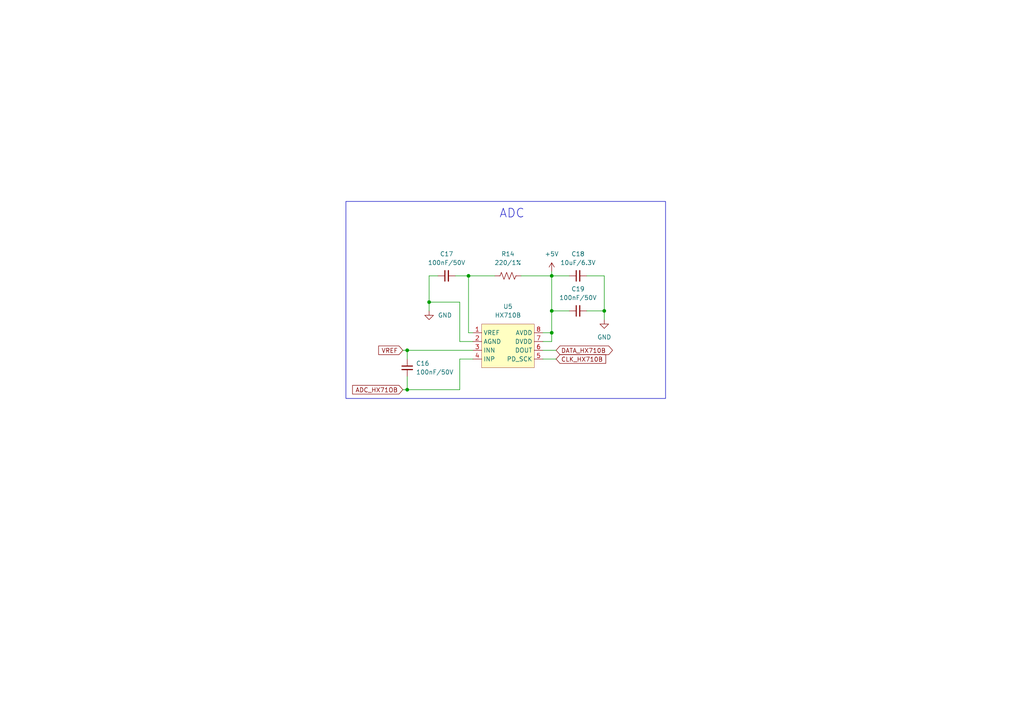
<source format=kicad_sch>
(kicad_sch (version 20230121) (generator eeschema)

  (uuid f1e0765f-e9a7-4767-ba8d-bcb327e9f895)

  (paper "A4")

  (title_block
    (title "ADC")
    (date "2023-12-10")
  )

  (lib_symbols
    (symbol "Device:C_Small" (pin_numbers hide) (pin_names (offset 0.254) hide) (in_bom yes) (on_board yes)
      (property "Reference" "C" (at 0.254 1.778 0)
        (effects (font (size 1.27 1.27)) (justify left))
      )
      (property "Value" "C_Small" (at 0.254 -2.032 0)
        (effects (font (size 1.27 1.27)) (justify left))
      )
      (property "Footprint" "" (at 0 0 0)
        (effects (font (size 1.27 1.27)) hide)
      )
      (property "Datasheet" "~" (at 0 0 0)
        (effects (font (size 1.27 1.27)) hide)
      )
      (property "ki_keywords" "capacitor cap" (at 0 0 0)
        (effects (font (size 1.27 1.27)) hide)
      )
      (property "ki_description" "Unpolarized capacitor, small symbol" (at 0 0 0)
        (effects (font (size 1.27 1.27)) hide)
      )
      (property "ki_fp_filters" "C_*" (at 0 0 0)
        (effects (font (size 1.27 1.27)) hide)
      )
      (symbol "C_Small_0_1"
        (polyline
          (pts
            (xy -1.524 -0.508)
            (xy 1.524 -0.508)
          )
          (stroke (width 0.3302) (type default))
          (fill (type none))
        )
        (polyline
          (pts
            (xy -1.524 0.508)
            (xy 1.524 0.508)
          )
          (stroke (width 0.3048) (type default))
          (fill (type none))
        )
      )
      (symbol "C_Small_1_1"
        (pin passive line (at 0 2.54 270) (length 2.032)
          (name "~" (effects (font (size 1.27 1.27))))
          (number "1" (effects (font (size 1.27 1.27))))
        )
        (pin passive line (at 0 -2.54 90) (length 2.032)
          (name "~" (effects (font (size 1.27 1.27))))
          (number "2" (effects (font (size 1.27 1.27))))
        )
      )
    )
    (symbol "Device:R_US" (pin_numbers hide) (pin_names (offset 0)) (in_bom yes) (on_board yes)
      (property "Reference" "R" (at 2.54 0 90)
        (effects (font (size 1.27 1.27)))
      )
      (property "Value" "R_US" (at -2.54 0 90)
        (effects (font (size 1.27 1.27)))
      )
      (property "Footprint" "" (at 1.016 -0.254 90)
        (effects (font (size 1.27 1.27)) hide)
      )
      (property "Datasheet" "~" (at 0 0 0)
        (effects (font (size 1.27 1.27)) hide)
      )
      (property "ki_keywords" "R res resistor" (at 0 0 0)
        (effects (font (size 1.27 1.27)) hide)
      )
      (property "ki_description" "Resistor, US symbol" (at 0 0 0)
        (effects (font (size 1.27 1.27)) hide)
      )
      (property "ki_fp_filters" "R_*" (at 0 0 0)
        (effects (font (size 1.27 1.27)) hide)
      )
      (symbol "R_US_0_1"
        (polyline
          (pts
            (xy 0 -2.286)
            (xy 0 -2.54)
          )
          (stroke (width 0) (type default))
          (fill (type none))
        )
        (polyline
          (pts
            (xy 0 2.286)
            (xy 0 2.54)
          )
          (stroke (width 0) (type default))
          (fill (type none))
        )
        (polyline
          (pts
            (xy 0 -0.762)
            (xy 1.016 -1.143)
            (xy 0 -1.524)
            (xy -1.016 -1.905)
            (xy 0 -2.286)
          )
          (stroke (width 0) (type default))
          (fill (type none))
        )
        (polyline
          (pts
            (xy 0 0.762)
            (xy 1.016 0.381)
            (xy 0 0)
            (xy -1.016 -0.381)
            (xy 0 -0.762)
          )
          (stroke (width 0) (type default))
          (fill (type none))
        )
        (polyline
          (pts
            (xy 0 2.286)
            (xy 1.016 1.905)
            (xy 0 1.524)
            (xy -1.016 1.143)
            (xy 0 0.762)
          )
          (stroke (width 0) (type default))
          (fill (type none))
        )
      )
      (symbol "R_US_1_1"
        (pin passive line (at 0 3.81 270) (length 1.27)
          (name "~" (effects (font (size 1.27 1.27))))
          (number "1" (effects (font (size 1.27 1.27))))
        )
        (pin passive line (at 0 -3.81 90) (length 1.27)
          (name "~" (effects (font (size 1.27 1.27))))
          (number "2" (effects (font (size 1.27 1.27))))
        )
      )
    )
    (symbol "HX710B:HX107B" (in_bom yes) (on_board yes)
      (property "Reference" "U" (at 1.27 6.35 0)
        (effects (font (size 1.27 1.27)))
      )
      (property "Value" "HX710B" (at 13.97 -8.89 0)
        (effects (font (size 1.27 1.27)))
      )
      (property "Footprint" "HX710B:HX710B" (at 8.89 -12.7 0)
        (effects (font (size 1.27 1.27)) hide)
      )
      (property "Datasheet" "" (at 0 3.81 0)
        (effects (font (size 1.27 1.27)) hide)
      )
      (property "URL" "https://www.thegioiic.com/hx710b-ic-adc-24-bit-sop-8" (at 3.81 -12.7 0)
        (effects (font (size 1.27 1.27)) hide)
      )
      (symbol "HX107B_1_1"
        (rectangle (start 0 5.08) (end 15.24 -7.62)
          (stroke (width 0.0254) (type default))
          (fill (type background))
        )
        (pin passive line (at -2.54 2.54 0) (length 2.54)
          (name "VREF" (effects (font (size 1.27 1.27))))
          (number "1" (effects (font (size 1.27 1.27))))
        )
        (pin passive line (at -2.54 0 0) (length 2.54)
          (name "AGND" (effects (font (size 1.27 1.27))))
          (number "2" (effects (font (size 1.27 1.27))))
        )
        (pin input line (at -2.54 -2.54 0) (length 2.54)
          (name "INN" (effects (font (size 1.27 1.27))))
          (number "3" (effects (font (size 1.27 1.27))))
        )
        (pin input line (at -2.54 -5.08 0) (length 2.54)
          (name "INP" (effects (font (size 1.27 1.27))))
          (number "4" (effects (font (size 1.27 1.27))))
        )
        (pin input line (at 17.78 -5.08 180) (length 2.54)
          (name "PD_SCK" (effects (font (size 1.27 1.27))))
          (number "5" (effects (font (size 1.27 1.27))))
        )
        (pin output line (at 17.78 -2.54 180) (length 2.54)
          (name "DOUT" (effects (font (size 1.27 1.27))))
          (number "6" (effects (font (size 1.27 1.27))))
        )
        (pin passive line (at 17.78 0 180) (length 2.54)
          (name "DVDD" (effects (font (size 1.27 1.27))))
          (number "7" (effects (font (size 1.27 1.27))))
        )
        (pin passive line (at 17.78 2.54 180) (length 2.54)
          (name "AVDD" (effects (font (size 1.27 1.27))))
          (number "8" (effects (font (size 1.27 1.27))))
        )
      )
    )
    (symbol "power:+5V" (power) (pin_names (offset 0)) (in_bom yes) (on_board yes)
      (property "Reference" "#PWR" (at 0 -3.81 0)
        (effects (font (size 1.27 1.27)) hide)
      )
      (property "Value" "+5V" (at 0 3.556 0)
        (effects (font (size 1.27 1.27)))
      )
      (property "Footprint" "" (at 0 0 0)
        (effects (font (size 1.27 1.27)) hide)
      )
      (property "Datasheet" "" (at 0 0 0)
        (effects (font (size 1.27 1.27)) hide)
      )
      (property "ki_keywords" "global power" (at 0 0 0)
        (effects (font (size 1.27 1.27)) hide)
      )
      (property "ki_description" "Power symbol creates a global label with name \"+5V\"" (at 0 0 0)
        (effects (font (size 1.27 1.27)) hide)
      )
      (symbol "+5V_0_1"
        (polyline
          (pts
            (xy -0.762 1.27)
            (xy 0 2.54)
          )
          (stroke (width 0) (type default))
          (fill (type none))
        )
        (polyline
          (pts
            (xy 0 0)
            (xy 0 2.54)
          )
          (stroke (width 0) (type default))
          (fill (type none))
        )
        (polyline
          (pts
            (xy 0 2.54)
            (xy 0.762 1.27)
          )
          (stroke (width 0) (type default))
          (fill (type none))
        )
      )
      (symbol "+5V_1_1"
        (pin power_in line (at 0 0 90) (length 0) hide
          (name "+5V" (effects (font (size 1.27 1.27))))
          (number "1" (effects (font (size 1.27 1.27))))
        )
      )
    )
    (symbol "power:GND" (power) (pin_names (offset 0)) (in_bom yes) (on_board yes)
      (property "Reference" "#PWR" (at 0 -6.35 0)
        (effects (font (size 1.27 1.27)) hide)
      )
      (property "Value" "GND" (at 0 -3.81 0)
        (effects (font (size 1.27 1.27)))
      )
      (property "Footprint" "" (at 0 0 0)
        (effects (font (size 1.27 1.27)) hide)
      )
      (property "Datasheet" "" (at 0 0 0)
        (effects (font (size 1.27 1.27)) hide)
      )
      (property "ki_keywords" "global power" (at 0 0 0)
        (effects (font (size 1.27 1.27)) hide)
      )
      (property "ki_description" "Power symbol creates a global label with name \"GND\" , ground" (at 0 0 0)
        (effects (font (size 1.27 1.27)) hide)
      )
      (symbol "GND_0_1"
        (polyline
          (pts
            (xy 0 0)
            (xy 0 -1.27)
            (xy 1.27 -1.27)
            (xy 0 -2.54)
            (xy -1.27 -1.27)
            (xy 0 -1.27)
          )
          (stroke (width 0) (type default))
          (fill (type none))
        )
      )
      (symbol "GND_1_1"
        (pin power_in line (at 0 0 270) (length 0) hide
          (name "GND" (effects (font (size 1.27 1.27))))
          (number "1" (effects (font (size 1.27 1.27))))
        )
      )
    )
  )

  (junction (at 124.46 87.63) (diameter 0) (color 0 0 0 0)
    (uuid 1a979993-8654-4e2b-959e-964006a6ae9f)
  )
  (junction (at 118.11 113.03) (diameter 0) (color 0 0 0 0)
    (uuid 673e20de-d48d-4f60-92f4-904429415837)
  )
  (junction (at 135.89 80.01) (diameter 0) (color 0 0 0 0)
    (uuid 9c71b7e3-9cfe-48fb-8e16-23097511a2bf)
  )
  (junction (at 160.02 90.17) (diameter 0) (color 0 0 0 0)
    (uuid b2055d93-c97f-4586-9857-9203f8bf9ddf)
  )
  (junction (at 160.02 96.52) (diameter 0) (color 0 0 0 0)
    (uuid bfc6751b-57c2-4a0a-be46-f4cc59b24e9a)
  )
  (junction (at 160.02 80.01) (diameter 0) (color 0 0 0 0)
    (uuid cb616030-d490-4171-8e3e-be01b991a110)
  )
  (junction (at 175.26 90.17) (diameter 0) (color 0 0 0 0)
    (uuid e4174bc3-5463-4225-9c45-286a48cad636)
  )
  (junction (at 118.11 101.6) (diameter 0) (color 0 0 0 0)
    (uuid ea5a0e8d-5c78-4189-a98c-3e8f61a82fe0)
  )

  (wire (pts (xy 133.35 87.63) (xy 133.35 99.06))
    (stroke (width 0) (type default))
    (uuid 014a993f-d541-45ba-bafd-cb8cde5b6fe4)
  )
  (wire (pts (xy 160.02 96.52) (xy 160.02 99.06))
    (stroke (width 0) (type default))
    (uuid 06c61528-eb20-4cce-ab34-000b8038e23b)
  )
  (wire (pts (xy 124.46 87.63) (xy 133.35 87.63))
    (stroke (width 0) (type default))
    (uuid 0fe957fc-6988-4852-8b5d-df328055b60d)
  )
  (wire (pts (xy 118.11 113.03) (xy 133.35 113.03))
    (stroke (width 0) (type default))
    (uuid 0fedecbc-aaff-427c-871d-13a941cbf71b)
  )
  (wire (pts (xy 135.89 80.01) (xy 135.89 96.52))
    (stroke (width 0) (type default))
    (uuid 18399a0f-c61c-4af2-a434-562dd6c6584b)
  )
  (wire (pts (xy 118.11 101.6) (xy 118.11 104.14))
    (stroke (width 0) (type default))
    (uuid 304a9801-8ed1-41b6-af0d-7ada87964077)
  )
  (wire (pts (xy 116.84 101.6) (xy 118.11 101.6))
    (stroke (width 0) (type default))
    (uuid 346b2608-7301-4278-b155-fcb8d5e6809f)
  )
  (wire (pts (xy 116.84 113.03) (xy 118.11 113.03))
    (stroke (width 0) (type default))
    (uuid 4296c247-6f01-43e9-9fc0-b7339e560a15)
  )
  (wire (pts (xy 135.89 96.52) (xy 137.16 96.52))
    (stroke (width 0) (type default))
    (uuid 43f430e3-1d6f-4263-ad3a-a21fb168d623)
  )
  (wire (pts (xy 118.11 101.6) (xy 137.16 101.6))
    (stroke (width 0) (type default))
    (uuid 51ed2e7e-3339-418d-8d69-ab8f589c8304)
  )
  (wire (pts (xy 124.46 87.63) (xy 124.46 90.17))
    (stroke (width 0) (type default))
    (uuid 52062b08-8971-41a6-995e-bcfea74ce873)
  )
  (wire (pts (xy 157.48 101.6) (xy 161.29 101.6))
    (stroke (width 0) (type default))
    (uuid 666d6154-81d1-468b-85c8-930789d4376d)
  )
  (wire (pts (xy 133.35 99.06) (xy 137.16 99.06))
    (stroke (width 0) (type default))
    (uuid 6e11f349-50cb-4331-bafd-9f65f813049c)
  )
  (wire (pts (xy 160.02 80.01) (xy 165.1 80.01))
    (stroke (width 0) (type default))
    (uuid 737f6c92-a2d6-4aa2-bfdd-d4f43fa2645e)
  )
  (wire (pts (xy 160.02 90.17) (xy 160.02 96.52))
    (stroke (width 0) (type default))
    (uuid 7dacdb73-6bf6-44ed-b80b-a8ad2c75f637)
  )
  (wire (pts (xy 160.02 78.74) (xy 160.02 80.01))
    (stroke (width 0) (type default))
    (uuid 7e4477f8-4fcc-4379-b749-b0c07b19477e)
  )
  (wire (pts (xy 175.26 80.01) (xy 175.26 90.17))
    (stroke (width 0) (type default))
    (uuid 80fe4648-b6c9-4270-b455-7c9437e85657)
  )
  (wire (pts (xy 175.26 80.01) (xy 170.18 80.01))
    (stroke (width 0) (type default))
    (uuid 885c4f4a-2cf8-4ac8-a383-307de61f4e30)
  )
  (wire (pts (xy 133.35 113.03) (xy 133.35 104.14))
    (stroke (width 0) (type default))
    (uuid 8d5b37c5-ad08-41bf-8ac1-a3479973745d)
  )
  (wire (pts (xy 160.02 99.06) (xy 157.48 99.06))
    (stroke (width 0) (type default))
    (uuid 8ff9a8fc-f975-4759-8c18-1b76319aa2b5)
  )
  (wire (pts (xy 124.46 80.01) (xy 127 80.01))
    (stroke (width 0) (type default))
    (uuid 924bd443-393a-46e1-8a8b-b088c6c8a953)
  )
  (wire (pts (xy 160.02 80.01) (xy 160.02 90.17))
    (stroke (width 0) (type default))
    (uuid 963754ed-9d72-4ed9-bdbe-7cdf8aefcd93)
  )
  (wire (pts (xy 151.13 80.01) (xy 160.02 80.01))
    (stroke (width 0) (type default))
    (uuid 9ae6627e-fbc2-4263-a6ec-bd3f106b1dc8)
  )
  (wire (pts (xy 170.18 90.17) (xy 175.26 90.17))
    (stroke (width 0) (type default))
    (uuid a8f37eab-ce85-42e1-b72d-025daaea88d0)
  )
  (wire (pts (xy 118.11 109.22) (xy 118.11 113.03))
    (stroke (width 0) (type default))
    (uuid ab820857-267b-426b-905d-df7ceb0e29e1)
  )
  (wire (pts (xy 124.46 80.01) (xy 124.46 87.63))
    (stroke (width 0) (type default))
    (uuid ceb14a40-7e3d-4430-972e-e4712fc9dd83)
  )
  (wire (pts (xy 175.26 90.17) (xy 175.26 92.71))
    (stroke (width 0) (type default))
    (uuid db5ee3f1-bbb1-41d4-b9cf-4aa5ce830293)
  )
  (wire (pts (xy 160.02 90.17) (xy 165.1 90.17))
    (stroke (width 0) (type default))
    (uuid dceccccd-6be5-429e-8e36-b31facb5e07e)
  )
  (wire (pts (xy 132.08 80.01) (xy 135.89 80.01))
    (stroke (width 0) (type default))
    (uuid e2e69185-5b51-49f1-bd4c-09eedeeaa445)
  )
  (wire (pts (xy 135.89 80.01) (xy 143.51 80.01))
    (stroke (width 0) (type default))
    (uuid e9a547c3-6075-43b0-983c-155bfe29e183)
  )
  (wire (pts (xy 133.35 104.14) (xy 137.16 104.14))
    (stroke (width 0) (type default))
    (uuid e9e59e2f-513b-49ce-96db-1505da3436d9)
  )
  (wire (pts (xy 160.02 96.52) (xy 157.48 96.52))
    (stroke (width 0) (type default))
    (uuid f3de9c38-0d2e-4731-8047-dc80e6b30145)
  )
  (wire (pts (xy 157.48 104.14) (xy 161.29 104.14))
    (stroke (width 0) (type default))
    (uuid fdd881a8-aa68-4d04-b6ad-b2a3d3df1a4b)
  )

  (rectangle (start 100.33 58.42) (end 193.04 115.57)
    (stroke (width 0) (type default))
    (fill (type none))
    (uuid 5832d127-04ef-4a86-be53-d3826bda37c6)
  )

  (text "ADC\n" (at 144.78 63.5 0)
    (effects (font (size 2.54 2.54)) (justify left bottom))
    (uuid 36944ee8-639e-4a57-81e1-2e3ac75545cd)
  )

  (global_label "DATA_HX710B" (shape bidirectional) (at 161.29 101.6 0) (fields_autoplaced)
    (effects (font (size 1.27 1.27)) (justify left))
    (uuid 108cff8b-d828-422a-abe9-c5ac514bc89b)
    (property "Intersheetrefs" "${INTERSHEET_REFS}" (at 178.2074 101.6 0)
      (effects (font (size 1.27 1.27)) (justify left) hide)
    )
  )
  (global_label "ADC_HX71OB" (shape input) (at 116.84 113.03 180) (fields_autoplaced)
    (effects (font (size 1.27 1.27)) (justify right))
    (uuid 272cdfbf-88a1-4700-bcf8-b8d61500118c)
    (property "Intersheetrefs" "${INTERSHEET_REFS}" (at 101.6991 113.03 0)
      (effects (font (size 1.27 1.27)) (justify right) hide)
    )
  )
  (global_label "CLK_HX710B" (shape input) (at 161.29 104.14 0) (fields_autoplaced)
    (effects (font (size 1.27 1.27)) (justify left))
    (uuid 8d5dfd8b-a436-4ea9-ab8f-1ce96d8049e8)
    (property "Intersheetrefs" "${INTERSHEET_REFS}" (at 176.2494 104.14 0)
      (effects (font (size 1.27 1.27)) (justify left) hide)
    )
  )
  (global_label "VREF" (shape input) (at 116.84 101.6 180) (fields_autoplaced)
    (effects (font (size 1.27 1.27)) (justify right))
    (uuid e45718bd-4cde-442e-9289-c5caba25ae5a)
    (property "Intersheetrefs" "${INTERSHEET_REFS}" (at 109.2586 101.6 0)
      (effects (font (size 1.27 1.27)) (justify right) hide)
    )
  )

  (symbol (lib_id "power:+5V") (at 160.02 78.74 0) (unit 1)
    (in_bom yes) (on_board yes) (dnp no) (fields_autoplaced)
    (uuid 04e82d9c-1531-496a-9158-65cd5956bd4f)
    (property "Reference" "#PWR022" (at 160.02 82.55 0)
      (effects (font (size 1.27 1.27)) hide)
    )
    (property "Value" "+5V" (at 160.02 73.66 0)
      (effects (font (size 1.27 1.27)))
    )
    (property "Footprint" "" (at 160.02 78.74 0)
      (effects (font (size 1.27 1.27)) hide)
    )
    (property "Datasheet" "" (at 160.02 78.74 0)
      (effects (font (size 1.27 1.27)) hide)
    )
    (pin "1" (uuid 6c87af61-4570-4e00-8381-2b2603cb74e4))
    (instances
      (project "Brightness_Meter_TB"
        (path "/e486bb10-2d63-468d-9bd4-f5a3f160d98c/ec91ea22-535d-40c6-b553-7fb78c4b69be"
          (reference "#PWR022") (unit 1)
        )
      )
      (project "Brightness_Meter"
        (path "/f7cc1c24-a210-4fa3-a52b-f1d84e501e31/deff02a5-9749-4336-8250-65170600f763"
          (reference "#PWR056") (unit 1)
        )
      )
    )
  )

  (symbol (lib_id "HX710B:HX107B") (at 139.7 99.06 0) (unit 1)
    (in_bom yes) (on_board yes) (dnp no) (fields_autoplaced)
    (uuid 10b95a85-5a35-49f4-9c0e-086a13d05e73)
    (property "Reference" "U5" (at 147.32 88.9 0)
      (effects (font (size 1.27 1.27)))
    )
    (property "Value" "HX710B" (at 147.32 91.44 0)
      (effects (font (size 1.27 1.27)))
    )
    (property "Footprint" "HX710B:HX710B" (at 148.59 111.76 0)
      (effects (font (size 1.27 1.27)) hide)
    )
    (property "Datasheet" "" (at 139.7 95.25 0)
      (effects (font (size 1.27 1.27)) hide)
    )
    (property "URL" "https://www.thegioiic.com/hx710b-ic-adc-24-bit-sop-8" (at 143.51 111.76 0)
      (effects (font (size 1.27 1.27)) hide)
    )
    (pin "1" (uuid 445ea191-cffc-41c7-a039-d0e77868d54f))
    (pin "2" (uuid 8b10f5af-83a4-47e2-bcf7-63477c3204ab))
    (pin "3" (uuid cfc0af61-69f5-48e2-8d48-bea8ca6365b1))
    (pin "4" (uuid 2ef227a3-e583-45d3-b252-d4122c3910ee))
    (pin "5" (uuid 76aa15af-7bb3-4f15-a11c-809de1de5c50))
    (pin "6" (uuid 4f310e35-cf72-4755-94fa-6ab496af3d62))
    (pin "7" (uuid bdc8793a-38c7-4b29-abe8-57adc5242600))
    (pin "8" (uuid ddc56948-8227-485a-8030-83ce88aa6093))
    (instances
      (project "Brightness_Meter_TB"
        (path "/e486bb10-2d63-468d-9bd4-f5a3f160d98c/ec91ea22-535d-40c6-b553-7fb78c4b69be"
          (reference "U5") (unit 1)
        )
      )
      (project "Brightness_Meter"
        (path "/f7cc1c24-a210-4fa3-a52b-f1d84e501e31/deff02a5-9749-4336-8250-65170600f763"
          (reference "U8") (unit 1)
        )
      )
    )
  )

  (symbol (lib_id "power:GND") (at 175.26 92.71 0) (unit 1)
    (in_bom yes) (on_board yes) (dnp no) (fields_autoplaced)
    (uuid 43c520b8-5325-4bdb-b580-43c92dc79c47)
    (property "Reference" "#PWR023" (at 175.26 99.06 0)
      (effects (font (size 1.27 1.27)) hide)
    )
    (property "Value" "GND" (at 175.26 97.79 0)
      (effects (font (size 1.27 1.27)))
    )
    (property "Footprint" "" (at 175.26 92.71 0)
      (effects (font (size 1.27 1.27)) hide)
    )
    (property "Datasheet" "" (at 175.26 92.71 0)
      (effects (font (size 1.27 1.27)) hide)
    )
    (pin "1" (uuid 747efe8f-30fa-4bad-9d4f-b2e5f4010462))
    (instances
      (project "Brightness_Meter_TB"
        (path "/e486bb10-2d63-468d-9bd4-f5a3f160d98c/ec91ea22-535d-40c6-b553-7fb78c4b69be"
          (reference "#PWR023") (unit 1)
        )
      )
      (project "Brightness_Meter"
        (path "/f7cc1c24-a210-4fa3-a52b-f1d84e501e31/deff02a5-9749-4336-8250-65170600f763"
          (reference "#PWR057") (unit 1)
        )
      )
    )
  )

  (symbol (lib_id "Device:C_Small") (at 167.64 90.17 90) (unit 1)
    (in_bom yes) (on_board yes) (dnp no) (fields_autoplaced)
    (uuid 5c332eb4-b97b-40fb-bd55-dd1bd7b43e9e)
    (property "Reference" "C19" (at 167.6463 83.82 90)
      (effects (font (size 1.27 1.27)))
    )
    (property "Value" "100nF/50V" (at 167.6463 86.36 90)
      (effects (font (size 1.27 1.27)))
    )
    (property "Footprint" "Capacitor_SMD:C_0603_1608Metric_Pad1.08x0.95mm_HandSolder" (at 167.64 90.17 0)
      (effects (font (size 1.27 1.27)) hide)
    )
    (property "Datasheet" "~" (at 167.64 90.17 0)
      (effects (font (size 1.27 1.27)) hide)
    )
    (property "URL" "https://www.thegioiic.com/tu-gom-0805-100nf-0-1uf-50v" (at 167.64 90.17 0)
      (effects (font (size 1.27 1.27)) hide)
    )
    (pin "1" (uuid 36e0b10c-7645-405f-af72-de5b5eff851c))
    (pin "2" (uuid 54c79ea5-b291-41c2-89c5-56b3334c521d))
    (instances
      (project "Brightness_Meter_TB"
        (path "/e486bb10-2d63-468d-9bd4-f5a3f160d98c/ec91ea22-535d-40c6-b553-7fb78c4b69be"
          (reference "C19") (unit 1)
        )
      )
      (project "Brightness_Meter"
        (path "/f7cc1c24-a210-4fa3-a52b-f1d84e501e31/0dfa2039-b238-4efb-bfd4-eadfb986a7b5"
          (reference "C16") (unit 1)
        )
        (path "/f7cc1c24-a210-4fa3-a52b-f1d84e501e31/290a832f-b788-4d59-9a7b-fef286f8a5e3"
          (reference "C19") (unit 1)
        )
        (path "/f7cc1c24-a210-4fa3-a52b-f1d84e501e31/5a3a8fd1-e4fe-4d9a-9c54-1c080d472344"
          (reference "C35") (unit 1)
        )
        (path "/f7cc1c24-a210-4fa3-a52b-f1d84e501e31/deff02a5-9749-4336-8250-65170600f763"
          (reference "C43") (unit 1)
        )
      )
    )
  )

  (symbol (lib_id "Device:C_Small") (at 118.11 106.68 0) (unit 1)
    (in_bom yes) (on_board yes) (dnp no)
    (uuid 69138435-29ac-4c9b-80bc-a4f5c5247c70)
    (property "Reference" "C16" (at 120.65 105.4163 0)
      (effects (font (size 1.27 1.27)) (justify left))
    )
    (property "Value" "100nF/50V" (at 120.65 107.95 0)
      (effects (font (size 1.27 1.27)) (justify left))
    )
    (property "Footprint" "Capacitor_SMD:C_0603_1608Metric_Pad1.08x0.95mm_HandSolder" (at 118.11 106.68 0)
      (effects (font (size 1.27 1.27)) hide)
    )
    (property "Datasheet" "~" (at 118.11 106.68 0)
      (effects (font (size 1.27 1.27)) hide)
    )
    (property "URL" "https://www.thegioiic.com/tu-gom-0805-100nf-0-1uf-50v" (at 118.11 106.68 0)
      (effects (font (size 1.27 1.27)) hide)
    )
    (pin "1" (uuid 40055274-17f4-4bfb-8251-5fce4f88d1da))
    (pin "2" (uuid d3e8e05b-aaeb-4137-87cb-56892fc91127))
    (instances
      (project "Brightness_Meter_TB"
        (path "/e486bb10-2d63-468d-9bd4-f5a3f160d98c/ec91ea22-535d-40c6-b553-7fb78c4b69be"
          (reference "C16") (unit 1)
        )
      )
      (project "Brightness_Meter"
        (path "/f7cc1c24-a210-4fa3-a52b-f1d84e501e31/0dfa2039-b238-4efb-bfd4-eadfb986a7b5"
          (reference "C16") (unit 1)
        )
        (path "/f7cc1c24-a210-4fa3-a52b-f1d84e501e31/290a832f-b788-4d59-9a7b-fef286f8a5e3"
          (reference "C19") (unit 1)
        )
        (path "/f7cc1c24-a210-4fa3-a52b-f1d84e501e31/deff02a5-9749-4336-8250-65170600f763"
          (reference "C40") (unit 1)
        )
      )
    )
  )

  (symbol (lib_id "Device:R_US") (at 147.32 80.01 90) (unit 1)
    (in_bom yes) (on_board yes) (dnp no) (fields_autoplaced)
    (uuid 7a4a2c0f-6155-4a42-bac5-1a928a9db6f4)
    (property "Reference" "R14" (at 147.32 73.66 90)
      (effects (font (size 1.27 1.27)))
    )
    (property "Value" "220/1%" (at 147.32 76.2 90)
      (effects (font (size 1.27 1.27)))
    )
    (property "Footprint" "Resistor_SMD:R_0603_1608Metric_Pad0.98x0.95mm_HandSolder" (at 147.574 78.994 90)
      (effects (font (size 1.27 1.27)) hide)
    )
    (property "Datasheet" "~" (at 147.32 80.01 0)
      (effects (font (size 1.27 1.27)) hide)
    )
    (property "URL" "https://www.thegioiic.com/dien-tro-220-ohm-0805-1-" (at 147.32 80.01 0)
      (effects (font (size 1.27 1.27)) hide)
    )
    (pin "1" (uuid 2807a79d-9854-48b9-97c0-c5059d4931bd))
    (pin "2" (uuid c5ceccd4-a958-468b-beb3-2d2593b9287a))
    (instances
      (project "Brightness_Meter_TB"
        (path "/e486bb10-2d63-468d-9bd4-f5a3f160d98c/ec91ea22-535d-40c6-b553-7fb78c4b69be"
          (reference "R14") (unit 1)
        )
      )
      (project "Brightness_Meter"
        (path "/f7cc1c24-a210-4fa3-a52b-f1d84e501e31/290a832f-b788-4d59-9a7b-fef286f8a5e3"
          (reference "R3") (unit 1)
        )
        (path "/f7cc1c24-a210-4fa3-a52b-f1d84e501e31/ab0de2ed-6637-4354-a1fc-796bfac97bc8"
          (reference "R9") (unit 1)
        )
        (path "/f7cc1c24-a210-4fa3-a52b-f1d84e501e31/deff02a5-9749-4336-8250-65170600f763"
          (reference "R29") (unit 1)
        )
      )
    )
  )

  (symbol (lib_id "Device:C_Small") (at 167.64 80.01 90) (unit 1)
    (in_bom yes) (on_board yes) (dnp no) (fields_autoplaced)
    (uuid 903ef431-70ff-48f0-a892-84108e895db1)
    (property "Reference" "C18" (at 167.6463 73.66 90)
      (effects (font (size 1.27 1.27)))
    )
    (property "Value" "10uF/6.3V" (at 167.6463 76.2 90)
      (effects (font (size 1.27 1.27)))
    )
    (property "Footprint" "Capacitor_SMD:C_0603_1608Metric_Pad1.08x0.95mm_HandSolder" (at 167.64 80.01 0)
      (effects (font (size 1.27 1.27)) hide)
    )
    (property "Datasheet" "~" (at 167.64 80.01 0)
      (effects (font (size 1.27 1.27)) hide)
    )
    (property "URL" "https://www.thegioiic.com/tu-gom-0805-10uf-6-3v" (at 167.64 80.01 0)
      (effects (font (size 1.27 1.27)) hide)
    )
    (pin "1" (uuid d7dbc302-ddc6-41a7-9cac-755cdfadecaa))
    (pin "2" (uuid 97305546-d73e-4957-a09d-8e6e5d28e3cd))
    (instances
      (project "Brightness_Meter_TB"
        (path "/e486bb10-2d63-468d-9bd4-f5a3f160d98c/ec91ea22-535d-40c6-b553-7fb78c4b69be"
          (reference "C18") (unit 1)
        )
      )
      (project "Brightness_Meter"
        (path "/f7cc1c24-a210-4fa3-a52b-f1d84e501e31/0dfa2039-b238-4efb-bfd4-eadfb986a7b5"
          (reference "C16") (unit 1)
        )
        (path "/f7cc1c24-a210-4fa3-a52b-f1d84e501e31/290a832f-b788-4d59-9a7b-fef286f8a5e3"
          (reference "C24") (unit 1)
        )
        (path "/f7cc1c24-a210-4fa3-a52b-f1d84e501e31/5a3a8fd1-e4fe-4d9a-9c54-1c080d472344"
          (reference "C3") (unit 1)
        )
        (path "/f7cc1c24-a210-4fa3-a52b-f1d84e501e31/deff02a5-9749-4336-8250-65170600f763"
          (reference "C42") (unit 1)
        )
      )
    )
  )

  (symbol (lib_id "power:GND") (at 124.46 90.17 0) (unit 1)
    (in_bom yes) (on_board yes) (dnp no) (fields_autoplaced)
    (uuid d50c9280-e767-4d94-bd22-14e3b260f38b)
    (property "Reference" "#PWR021" (at 124.46 96.52 0)
      (effects (font (size 1.27 1.27)) hide)
    )
    (property "Value" "GND" (at 127 91.44 0)
      (effects (font (size 1.27 1.27)) (justify left))
    )
    (property "Footprint" "" (at 124.46 90.17 0)
      (effects (font (size 1.27 1.27)) hide)
    )
    (property "Datasheet" "" (at 124.46 90.17 0)
      (effects (font (size 1.27 1.27)) hide)
    )
    (pin "1" (uuid 1ed36483-b857-41b5-906e-819d57f94b5a))
    (instances
      (project "Brightness_Meter_TB"
        (path "/e486bb10-2d63-468d-9bd4-f5a3f160d98c/ec91ea22-535d-40c6-b553-7fb78c4b69be"
          (reference "#PWR021") (unit 1)
        )
      )
      (project "Brightness_Meter"
        (path "/f7cc1c24-a210-4fa3-a52b-f1d84e501e31/deff02a5-9749-4336-8250-65170600f763"
          (reference "#PWR055") (unit 1)
        )
      )
    )
  )

  (symbol (lib_id "Device:C_Small") (at 129.54 80.01 90) (unit 1)
    (in_bom yes) (on_board yes) (dnp no) (fields_autoplaced)
    (uuid fd013232-d158-49ab-bb30-583490c2fe9b)
    (property "Reference" "C17" (at 129.5463 73.66 90)
      (effects (font (size 1.27 1.27)))
    )
    (property "Value" "100nF/50V" (at 129.5463 76.2 90)
      (effects (font (size 1.27 1.27)))
    )
    (property "Footprint" "Capacitor_SMD:C_0603_1608Metric_Pad1.08x0.95mm_HandSolder" (at 129.54 80.01 0)
      (effects (font (size 1.27 1.27)) hide)
    )
    (property "Datasheet" "~" (at 129.54 80.01 0)
      (effects (font (size 1.27 1.27)) hide)
    )
    (property "URL" "https://www.thegioiic.com/tu-gom-0805-100nf-0-1uf-50v" (at 129.54 80.01 0)
      (effects (font (size 1.27 1.27)) hide)
    )
    (pin "1" (uuid aad9fd11-4209-44d2-acee-0073994ee2fd))
    (pin "2" (uuid 882dc912-23bf-484d-a436-d3f0cec2a1ba))
    (instances
      (project "Brightness_Meter_TB"
        (path "/e486bb10-2d63-468d-9bd4-f5a3f160d98c/ec91ea22-535d-40c6-b553-7fb78c4b69be"
          (reference "C17") (unit 1)
        )
      )
      (project "Brightness_Meter"
        (path "/f7cc1c24-a210-4fa3-a52b-f1d84e501e31/0dfa2039-b238-4efb-bfd4-eadfb986a7b5"
          (reference "C16") (unit 1)
        )
        (path "/f7cc1c24-a210-4fa3-a52b-f1d84e501e31/290a832f-b788-4d59-9a7b-fef286f8a5e3"
          (reference "C19") (unit 1)
        )
        (path "/f7cc1c24-a210-4fa3-a52b-f1d84e501e31/deff02a5-9749-4336-8250-65170600f763"
          (reference "C41") (unit 1)
        )
      )
    )
  )
)

</source>
